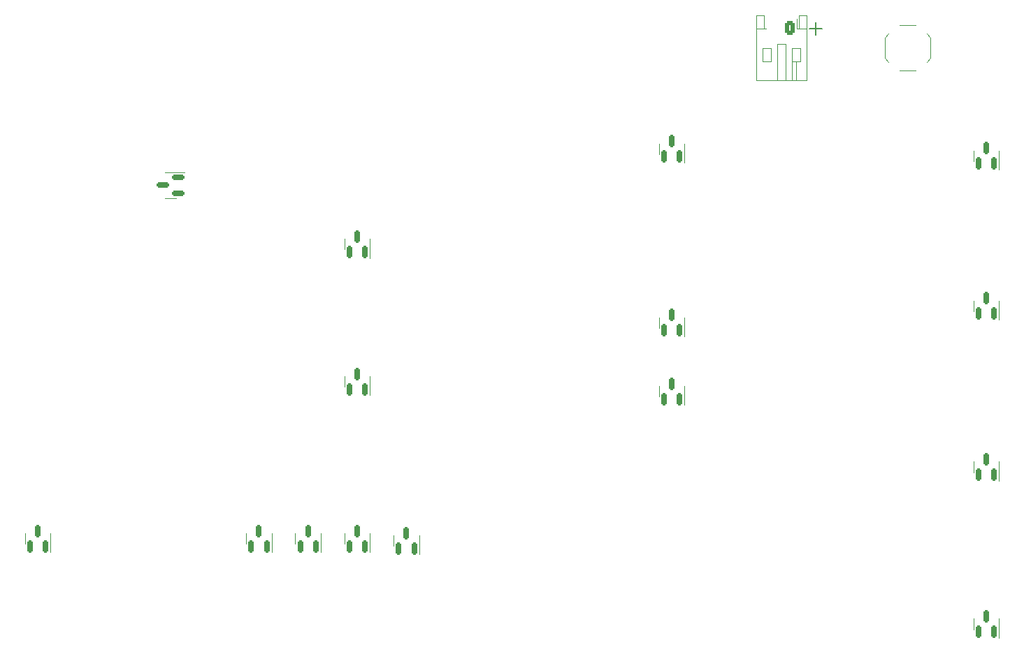
<source format=gbo>
G04 #@! TF.GenerationSoftware,KiCad,Pcbnew,7.0.2*
G04 #@! TF.CreationDate,2023-05-17T12:25:55+02:00*
G04 #@! TF.ProjectId,mykeeb_v7a2_right,6d796b65-6562-45f7-9637-61325f726967,rev?*
G04 #@! TF.SameCoordinates,Original*
G04 #@! TF.FileFunction,Legend,Bot*
G04 #@! TF.FilePolarity,Positive*
%FSLAX46Y46*%
G04 Gerber Fmt 4.6, Leading zero omitted, Abs format (unit mm)*
G04 Created by KiCad (PCBNEW 7.0.2) date 2023-05-17 12:25:55*
%MOMM*%
%LPD*%
G01*
G04 APERTURE LIST*
G04 Aperture macros list*
%AMRoundRect*
0 Rectangle with rounded corners*
0 $1 Rounding radius*
0 $2 $3 $4 $5 $6 $7 $8 $9 X,Y pos of 4 corners*
0 Add a 4 corners polygon primitive as box body*
4,1,4,$2,$3,$4,$5,$6,$7,$8,$9,$2,$3,0*
0 Add four circle primitives for the rounded corners*
1,1,$1+$1,$2,$3*
1,1,$1+$1,$4,$5*
1,1,$1+$1,$6,$7*
1,1,$1+$1,$8,$9*
0 Add four rect primitives between the rounded corners*
20,1,$1+$1,$2,$3,$4,$5,0*
20,1,$1+$1,$4,$5,$6,$7,0*
20,1,$1+$1,$6,$7,$8,$9,0*
20,1,$1+$1,$8,$9,$2,$3,0*%
%AMRotRect*
0 Rectangle, with rotation*
0 The origin of the aperture is its center*
0 $1 length*
0 $2 width*
0 $3 Rotation angle, in degrees counterclockwise*
0 Add horizontal line*
21,1,$1,$2,0,0,$3*%
G04 Aperture macros list end*
%ADD10C,0.150000*%
%ADD11C,0.120000*%
%ADD12RotRect,2.550000X2.500000X30.000000*%
%ADD13C,1.750000*%
%ADD14C,3.987800*%
%ADD15O,2.750000X1.800000*%
%ADD16C,1.397000*%
%ADD17RotRect,2.550000X2.500000X85.000000*%
%ADD18R,2.550000X2.500000*%
%ADD19R,2.500000X2.550000*%
%ADD20RotRect,2.550000X2.500000X45.000000*%
%ADD21RotRect,2.550000X2.500000X60.000000*%
%ADD22RotRect,2.550000X2.500000X217.000000*%
%ADD23C,2.000000*%
%ADD24RotRect,2.550000X2.500000X330.000000*%
%ADD25RoundRect,0.150000X0.150000X-0.587500X0.150000X0.587500X-0.150000X0.587500X-0.150000X-0.587500X0*%
%ADD26RoundRect,0.250000X0.350000X0.625000X-0.350000X0.625000X-0.350000X-0.625000X0.350000X-0.625000X0*%
%ADD27O,1.200000X1.750000*%
%ADD28R,1.100000X0.600000*%
%ADD29R,1.000000X0.600000*%
%ADD30C,0.700000*%
%ADD31R,0.600000X1.000000*%
%ADD32RoundRect,0.150000X0.587500X0.150000X-0.587500X0.150000X-0.587500X-0.150000X0.587500X-0.150000X0*%
%ADD33R,1.000000X1.700000*%
G04 APERTURE END LIST*
D10*
X141273140Y-156448196D02*
X141273140Y-157972006D01*
X142035045Y-157210101D02*
X140511235Y-157210101D01*
D11*
X160365096Y-210398615D02*
X160365096Y-211048615D01*
X160365096Y-210398615D02*
X160365096Y-209748615D01*
X163485096Y-210398615D02*
X163485096Y-212073615D01*
X163485096Y-210398615D02*
X163485096Y-209748615D01*
X84165072Y-200025168D02*
X84165072Y-200675168D01*
X84165072Y-200025168D02*
X84165072Y-199375168D01*
X87285072Y-200025168D02*
X87285072Y-201700168D01*
X87285072Y-200025168D02*
X87285072Y-199375168D01*
X90118202Y-219328310D02*
X90118202Y-219978310D01*
X90118202Y-219328310D02*
X90118202Y-218678310D01*
X93238202Y-219328310D02*
X93238202Y-221003310D01*
X93238202Y-219328310D02*
X93238202Y-218678310D01*
X140172616Y-163453884D02*
X134052616Y-163453884D01*
X140172616Y-157233884D02*
X139252616Y-157233884D01*
X140172616Y-155633884D02*
X140172616Y-163453884D01*
X139412616Y-161193884D02*
X138412616Y-161193884D01*
X139412616Y-159593884D02*
X139412616Y-161193884D01*
X139252616Y-157233884D02*
X139252616Y-155633884D01*
X139252616Y-155633884D02*
X140172616Y-155633884D01*
X138972616Y-157233884D02*
X139252616Y-157233884D01*
X138972616Y-157233884D02*
X138972616Y-156018884D01*
X138912616Y-161193884D02*
X138912616Y-163453884D01*
X138412616Y-161193884D02*
X138412616Y-163453884D01*
X138412616Y-161193884D02*
X138412616Y-159593884D01*
X138412616Y-159593884D02*
X139412616Y-159593884D01*
X137612616Y-163453884D02*
X137612616Y-159093884D01*
X137612616Y-159093884D02*
X136612616Y-159093884D01*
X136612616Y-159093884D02*
X136612616Y-163453884D01*
X135812616Y-161193884D02*
X135812616Y-159593884D01*
X135812616Y-159593884D02*
X134812616Y-159593884D01*
X134972616Y-157233884D02*
X135252616Y-157233884D01*
X134972616Y-155633884D02*
X134972616Y-157233884D01*
X134812616Y-161193884D02*
X135812616Y-161193884D01*
X134812616Y-159593884D02*
X134812616Y-161193884D01*
X134052616Y-163453884D02*
X134052616Y-155633884D01*
X134052616Y-157233884D02*
X134972616Y-157233884D01*
X134052616Y-155633884D02*
X134972616Y-155633884D01*
X84165096Y-183356404D02*
X84165096Y-184006404D01*
X84165096Y-183356404D02*
X84165096Y-182706404D01*
X87285096Y-183356404D02*
X87285096Y-185031404D01*
X87285096Y-183356404D02*
X87285096Y-182706404D01*
X84165072Y-219075184D02*
X84165072Y-219725184D01*
X84165072Y-219075184D02*
X84165072Y-218425184D01*
X87285072Y-219075184D02*
X87285072Y-220750184D01*
X87285072Y-219075184D02*
X87285072Y-218425184D01*
X45469727Y-219075184D02*
X45469727Y-219725184D01*
X45469727Y-219075184D02*
X45469727Y-218425184D01*
X48589727Y-219075184D02*
X48589727Y-220750184D01*
X48589727Y-219075184D02*
X48589727Y-218425184D01*
X78211942Y-219075184D02*
X78211942Y-219725184D01*
X78211942Y-219075184D02*
X78211942Y-218425184D01*
X81331942Y-219075184D02*
X81331942Y-220750184D01*
X81331942Y-219075184D02*
X81331942Y-218425184D01*
X72258812Y-219075184D02*
X72258812Y-219725184D01*
X72258812Y-219075184D02*
X72258812Y-218425184D01*
X75378812Y-219075184D02*
X75378812Y-220750184D01*
X75378812Y-219075184D02*
X75378812Y-218425184D01*
X63103096Y-177772720D02*
X63753096Y-177772720D01*
X63103096Y-177772720D02*
X62453096Y-177772720D01*
X63103096Y-174652720D02*
X64778096Y-174652720D01*
X63103096Y-174652720D02*
X62453096Y-174652720D01*
X160365096Y-190842347D02*
X160365096Y-191492347D01*
X160365096Y-190842347D02*
X160365096Y-190192347D01*
X163485096Y-190842347D02*
X163485096Y-192517347D01*
X163485096Y-190842347D02*
X163485096Y-190192347D01*
X160365096Y-172640770D02*
X160365096Y-173290770D01*
X160365096Y-172640770D02*
X160365096Y-171990770D01*
X163485096Y-172640770D02*
X163485096Y-174315770D01*
X163485096Y-172640770D02*
X163485096Y-171990770D01*
X122265096Y-192881412D02*
X122265096Y-193531412D01*
X122265096Y-192881412D02*
X122265096Y-192231412D01*
X125385096Y-192881412D02*
X125385096Y-194556412D01*
X125385096Y-192881412D02*
X125385096Y-192231412D01*
X160365096Y-229448631D02*
X160365096Y-230098631D01*
X160365096Y-229448631D02*
X160365096Y-228798631D01*
X163485096Y-229448631D02*
X163485096Y-231123631D01*
X163485096Y-229448631D02*
X163485096Y-228798631D01*
X151400128Y-156793884D02*
X153400128Y-156793884D01*
X154700128Y-157843884D02*
X155150128Y-158293884D01*
X150100128Y-157843884D02*
X149650128Y-158293884D01*
X155150128Y-158293884D02*
X155150128Y-160793884D01*
X149650128Y-158293884D02*
X149650128Y-160793884D01*
X154700128Y-161243884D02*
X155150128Y-160793884D01*
X150100128Y-161243884D02*
X149650128Y-160793884D01*
X151400128Y-162293884D02*
X153400128Y-162293884D01*
X122265104Y-201215794D02*
X122265104Y-201865794D01*
X122265104Y-201215794D02*
X122265104Y-200565794D01*
X125385104Y-201215794D02*
X125385104Y-202890794D01*
X125385104Y-201215794D02*
X125385104Y-200565794D01*
X122265104Y-171792331D02*
X122265104Y-172442331D01*
X122265104Y-171792331D02*
X122265104Y-171142331D01*
X125385104Y-171792331D02*
X125385104Y-173467331D01*
X125385104Y-171792331D02*
X125385104Y-171142331D01*
%LPC*%
D12*
X56388206Y-238306315D03*
D13*
X59394587Y-239503520D03*
D14*
X63793996Y-236963520D03*
D13*
X68193405Y-234423520D03*
D12*
X66289934Y-229656611D03*
D15*
X144305128Y-152400120D03*
X144305128Y-154940120D03*
X144305128Y-157480120D03*
X144305128Y-160020120D03*
X144305128Y-162560120D03*
X144305128Y-165100120D03*
X144305128Y-167640120D03*
X160495128Y-167640120D03*
X160495128Y-165100120D03*
X160495128Y-162560120D03*
X160495128Y-160020120D03*
X160495128Y-157480120D03*
X160495128Y-154940120D03*
X160495128Y-152400120D03*
D16*
X151130128Y-151448120D03*
X153670128Y-151448120D03*
X151130128Y-153988120D03*
X153670128Y-153988120D03*
X147955128Y-159703120D03*
X147955128Y-157798120D03*
D17*
X169428363Y-190122184D03*
D13*
X172133445Y-188346189D03*
D14*
X172576196Y-183285520D03*
D13*
X173018947Y-178224851D03*
D17*
X168022338Y-177049897D03*
D18*
X140435096Y-172799520D03*
D13*
X138430096Y-170259520D03*
D14*
X133350096Y-170259520D03*
D13*
X128270096Y-170259520D03*
D18*
X127535096Y-175339520D03*
X145315096Y-198675820D03*
D13*
X147320096Y-201215820D03*
D14*
X152400096Y-201215820D03*
D13*
X157480096Y-201215820D03*
D18*
X158215096Y-196135820D03*
X102335096Y-173990220D03*
D13*
X100330096Y-171450220D03*
D14*
X95250096Y-171450220D03*
D13*
X90170096Y-171450220D03*
D18*
X89435096Y-176530220D03*
X145315096Y-217725820D03*
D13*
X147320096Y-220265820D03*
D14*
X152400096Y-220265820D03*
D13*
X157480096Y-220265820D03*
D18*
X158215096Y-215185820D03*
D19*
X168910096Y-229732020D03*
D13*
X171450096Y-227727020D03*
D14*
X171450096Y-222647020D03*
D13*
X171450096Y-217567020D03*
D19*
X166370096Y-216832020D03*
X168910096Y-170200820D03*
D13*
X171450096Y-168195820D03*
D14*
X171450096Y-163115820D03*
D13*
X171450096Y-158035820D03*
D19*
X166370096Y-157300820D03*
D18*
X82211896Y-228441520D03*
D13*
X84216896Y-230981520D03*
D14*
X89296896Y-230981520D03*
D13*
X94376896Y-230981520D03*
D18*
X95111896Y-225901520D03*
D19*
X59689996Y-204846520D03*
D13*
X57149996Y-206851520D03*
D14*
X57149996Y-211931520D03*
D13*
X57149996Y-217011520D03*
D19*
X62229996Y-217746520D03*
D20*
X39628493Y-253245220D03*
D13*
X42842294Y-253623522D03*
D14*
X46434396Y-250031420D03*
D13*
X50026498Y-246439318D03*
D20*
X46954119Y-242327492D03*
D21*
X26999891Y-272161410D03*
D13*
X30202096Y-271695029D03*
D14*
X32742096Y-267295620D03*
D13*
X35282096Y-262896211D03*
D21*
X31250187Y-259719682D03*
D22*
X42599739Y-229428795D03*
D13*
X39469864Y-228606900D03*
D14*
X35412796Y-231664120D03*
D13*
X31355728Y-234721340D03*
D22*
X33825951Y-239220743D03*
D18*
X69115096Y-209391420D03*
D13*
X71120096Y-211931420D03*
D14*
X76200096Y-211931420D03*
D13*
X81280096Y-211931420D03*
D18*
X82015096Y-206851420D03*
X107215096Y-199866420D03*
D13*
X109220096Y-202406420D03*
D14*
X114300096Y-202406420D03*
D13*
X119380096Y-202406420D03*
D18*
X120115096Y-197326420D03*
D23*
X170259518Y-151804815D03*
X163759518Y-151804815D03*
D18*
X88165096Y-187960220D03*
D13*
X90170096Y-190500220D03*
D14*
X95250096Y-190500220D03*
D13*
X100330096Y-190500220D03*
D18*
X101065096Y-185420220D03*
X69115096Y-190341420D03*
D13*
X71120096Y-192881420D03*
D14*
X76200096Y-192881420D03*
D13*
X81280096Y-192881420D03*
D18*
X82015096Y-187801420D03*
X107215096Y-180816420D03*
D13*
X109220096Y-183356420D03*
D14*
X114300096Y-183356420D03*
D13*
X119380096Y-183356420D03*
D18*
X120115096Y-178276420D03*
X126265096Y-186769520D03*
D13*
X128270096Y-189309520D03*
D14*
X133350096Y-189309520D03*
D13*
X138430096Y-189309520D03*
D18*
X139165096Y-184229520D03*
D19*
X59690096Y-157221420D03*
D13*
X57150096Y-159226420D03*
D14*
X57150096Y-164306420D03*
D13*
X57150096Y-169386420D03*
D19*
X62230096Y-170121420D03*
D18*
X83285096Y-176371420D03*
D13*
X81280096Y-173831420D03*
D14*
X76200096Y-173831420D03*
D13*
X71120096Y-173831420D03*
D18*
X70385096Y-178911420D03*
X88165096Y-207010220D03*
D13*
X90170096Y-209550220D03*
D14*
X95250096Y-209550220D03*
D13*
X100330096Y-209550220D03*
D18*
X101065096Y-204470220D03*
X126265096Y-205819520D03*
D13*
X128270096Y-208359520D03*
D14*
X133350096Y-208359520D03*
D13*
X138430096Y-208359520D03*
D18*
X139165096Y-203279520D03*
D17*
X169428363Y-209304984D03*
D13*
X172133445Y-207528989D03*
D14*
X172576196Y-202468320D03*
D13*
X173018947Y-197407651D03*
D17*
X168022338Y-196232697D03*
D19*
X59690096Y-181033920D03*
D13*
X57150096Y-183038920D03*
D14*
X57150096Y-188118920D03*
D13*
X57150096Y-193198920D03*
D19*
X62230096Y-193933920D03*
D24*
X109434206Y-231263515D03*
D13*
X109900587Y-234465720D03*
D14*
X114299996Y-237005720D03*
D13*
X118699405Y-239545720D03*
D24*
X121875934Y-235513811D03*
D18*
X154840096Y-239157120D03*
D13*
X156845096Y-241697120D03*
D14*
X161925096Y-241697120D03*
D13*
X167005096Y-241697120D03*
D18*
X167740096Y-236617120D03*
X159485096Y-184705820D03*
D13*
X157480096Y-182165820D03*
D14*
X152400096Y-182165820D03*
D13*
X147320096Y-182165820D03*
D18*
X146585096Y-187245820D03*
X121385096Y-166846420D03*
D13*
X119380096Y-164306420D03*
D14*
X114300096Y-164306420D03*
D13*
X109220096Y-164306420D03*
D18*
X108485096Y-169386420D03*
D25*
X162875096Y-211336115D03*
X160975096Y-211336115D03*
X161925096Y-209461115D03*
X86675072Y-200962668D03*
X84775072Y-200962668D03*
X85725072Y-199087668D03*
X92628202Y-220265810D03*
X90728202Y-220265810D03*
X91678202Y-218390810D03*
D26*
X138112616Y-157093884D03*
D27*
X136112616Y-157093884D03*
D25*
X86675096Y-184293904D03*
X84775096Y-184293904D03*
X85725096Y-182418904D03*
X86675072Y-220012684D03*
X84775072Y-220012684D03*
X85725072Y-218137684D03*
X47979727Y-220012684D03*
X46079727Y-220012684D03*
X47029727Y-218137684D03*
D28*
X140550096Y-150114120D03*
D29*
X133350096Y-150114120D03*
D30*
X138400096Y-151257120D03*
X135500096Y-151257120D03*
D29*
X140550096Y-152400120D03*
D28*
X133350096Y-152400120D03*
D31*
X134750096Y-153107120D03*
X137650096Y-153107120D03*
X139150096Y-153107120D03*
D25*
X80721942Y-220012684D03*
X78821942Y-220012684D03*
X79771942Y-218137684D03*
X74768812Y-220012684D03*
X72868812Y-220012684D03*
X73818812Y-218137684D03*
D32*
X64040596Y-175262720D03*
X64040596Y-177162720D03*
X62165596Y-176212720D03*
D25*
X162875096Y-191779847D03*
X160975096Y-191779847D03*
X161925096Y-189904847D03*
X162875096Y-173578270D03*
X160975096Y-173578270D03*
X161925096Y-171703270D03*
X124775096Y-193818912D03*
X122875096Y-193818912D03*
X123825096Y-191943912D03*
X162875096Y-230386131D03*
X160975096Y-230386131D03*
X161925096Y-228511131D03*
D33*
X150500128Y-156393884D03*
X150500128Y-162693884D03*
X154300128Y-156393884D03*
X154300128Y-162693884D03*
D25*
X124775104Y-202153294D03*
X122875104Y-202153294D03*
X123825104Y-200278294D03*
X124775104Y-172729831D03*
X122875104Y-172729831D03*
X123825104Y-170854831D03*
%LPD*%
M02*

</source>
